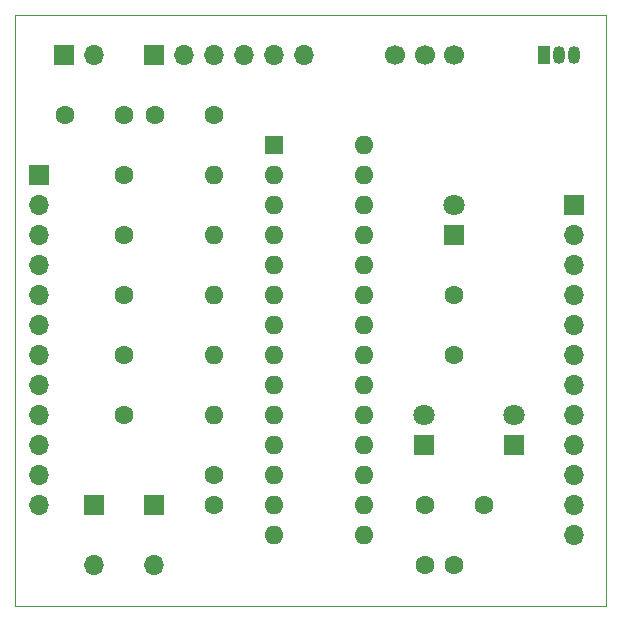
<source format=gbr>
%TF.GenerationSoftware,KiCad,Pcbnew,7.0.1*%
%TF.CreationDate,2023-04-23T17:26:01-05:00*%
%TF.ProjectId,hw4,6877342e-6b69-4636-9164-5f7063625858,rev?*%
%TF.SameCoordinates,Original*%
%TF.FileFunction,Soldermask,Top*%
%TF.FilePolarity,Negative*%
%FSLAX46Y46*%
G04 Gerber Fmt 4.6, Leading zero omitted, Abs format (unit mm)*
G04 Created by KiCad (PCBNEW 7.0.1) date 2023-04-23 17:26:01*
%MOMM*%
%LPD*%
G01*
G04 APERTURE LIST*
%ADD10R,1.800000X1.800000*%
%ADD11C,1.800000*%
%ADD12R,1.700000X1.700000*%
%ADD13O,1.700000X1.700000*%
%ADD14C,1.600000*%
%ADD15C,1.700000*%
%ADD16O,1.600000X1.600000*%
%ADD17R,1.600000X1.600000*%
%ADD18R,1.050000X1.500000*%
%ADD19O,1.050000X1.500000*%
%TA.AperFunction,Profile*%
%ADD20C,0.100000*%
%TD*%
G04 APERTURE END LIST*
D10*
%TO.C,D2*%
X134620000Y-86360000D03*
D11*
X134620000Y-83820000D03*
%TD*%
%TO.C,D1*%
X142240000Y-83820000D03*
D10*
X142240000Y-86360000D03*
%TD*%
D12*
%TO.C,U4*%
X102000000Y-63500000D03*
D13*
X102000000Y-66040000D03*
X102000000Y-68580000D03*
X102000000Y-71120000D03*
X102000000Y-73660000D03*
X102000000Y-76200000D03*
X102000000Y-78740000D03*
X102000000Y-81280000D03*
X102000000Y-83820000D03*
X102000000Y-86360000D03*
X102000000Y-88900000D03*
X102000000Y-91440000D03*
%TD*%
D14*
%TO.C,C5*%
X116840000Y-91440000D03*
X116840000Y-88940000D03*
%TD*%
D12*
%TO.C,ADAFRUITFriend1*%
X111760000Y-53340000D03*
D13*
X114300000Y-53340000D03*
X116840000Y-53340000D03*
X119380000Y-53340000D03*
X121920000Y-53340000D03*
X124460000Y-53340000D03*
%TD*%
D15*
%TO.C,SW3*%
X132160000Y-53340000D03*
X134660000Y-53340000D03*
X137160000Y-53340000D03*
%TD*%
D14*
%TO.C,R2*%
X109220000Y-68580000D03*
D16*
X116840000Y-68580000D03*
%TD*%
D12*
%TO.C,U3*%
X147320000Y-66040000D03*
D13*
X147320000Y-68580000D03*
X147320000Y-71120000D03*
X147320000Y-73660000D03*
X147320000Y-76200000D03*
X147320000Y-78740000D03*
X147320000Y-81280000D03*
X147320000Y-83820000D03*
X147320000Y-86360000D03*
X147320000Y-88900000D03*
X147320000Y-91440000D03*
X147320000Y-93980000D03*
%TD*%
D12*
%TO.C,SW1*%
X106680000Y-91440000D03*
D13*
X106680000Y-96520000D03*
%TD*%
D12*
%TO.C,U5*%
X104140000Y-53340000D03*
D13*
X106680000Y-53340000D03*
%TD*%
D17*
%TO.C,U2*%
X121920000Y-60960000D03*
D16*
X121920000Y-63500000D03*
X121920000Y-66040000D03*
X121920000Y-68580000D03*
X121920000Y-71120000D03*
X121920000Y-73660000D03*
X121920000Y-76200000D03*
X121920000Y-78740000D03*
X121920000Y-81280000D03*
X121920000Y-83820000D03*
X121920000Y-86360000D03*
X121920000Y-88900000D03*
X121920000Y-91440000D03*
X121920000Y-93980000D03*
X129540000Y-93980000D03*
X129540000Y-91440000D03*
X129540000Y-88900000D03*
X129540000Y-86360000D03*
X129540000Y-83820000D03*
X129540000Y-81280000D03*
X129540000Y-78740000D03*
X129540000Y-76200000D03*
X129540000Y-73660000D03*
X129540000Y-71120000D03*
X129540000Y-68580000D03*
X129540000Y-66040000D03*
X129540000Y-63500000D03*
X129540000Y-60960000D03*
%TD*%
D14*
%TO.C,C1*%
X137160000Y-78740000D03*
X137160000Y-73740000D03*
%TD*%
%TO.C,C2*%
X104220000Y-58420000D03*
X109220000Y-58420000D03*
%TD*%
D16*
%TO.C,R4*%
X116840000Y-78740000D03*
D14*
X109220000Y-78740000D03*
%TD*%
%TO.C,C4*%
X134700000Y-91440000D03*
X139700000Y-91440000D03*
%TD*%
%TO.C,R3*%
X109220000Y-73660000D03*
D16*
X116840000Y-73660000D03*
%TD*%
D10*
%TO.C,D3*%
X137160000Y-68580000D03*
D11*
X137160000Y-66040000D03*
%TD*%
D14*
%TO.C,C3*%
X111840000Y-58420000D03*
X116840000Y-58420000D03*
%TD*%
D16*
%TO.C,R1*%
X116840000Y-63500000D03*
D14*
X109220000Y-63500000D03*
%TD*%
D16*
%TO.C,R5*%
X116840000Y-83820000D03*
D14*
X109220000Y-83820000D03*
%TD*%
D18*
%TO.C,U1*%
X144780000Y-53340000D03*
D19*
X146050000Y-53340000D03*
X147320000Y-53340000D03*
%TD*%
D12*
%TO.C,SW2*%
X111760000Y-91440000D03*
D13*
X111760000Y-96520000D03*
%TD*%
D14*
%TO.C,C6*%
X134660000Y-96520000D03*
X137160000Y-96520000D03*
%TD*%
D20*
X100000000Y-50000000D02*
X150000000Y-50000000D01*
X150000000Y-100000000D01*
X100000000Y-100000000D01*
X100000000Y-50000000D01*
M02*

</source>
